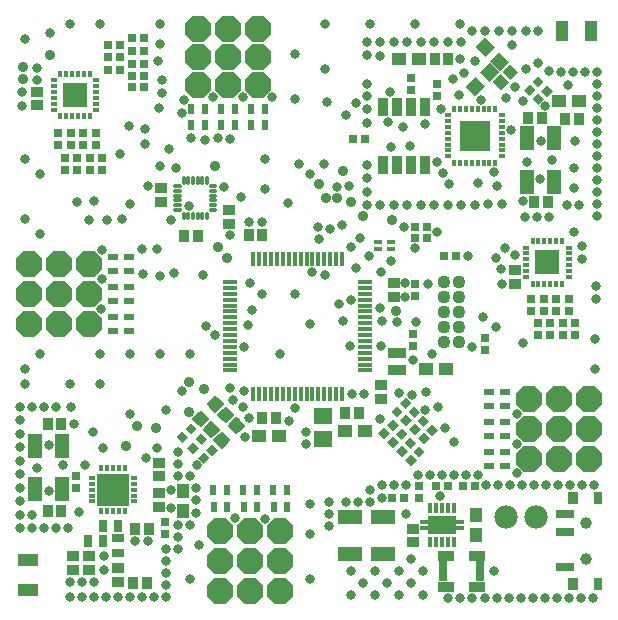
<source format=gts>
G75*
%MOIN*%
%OFA0B0*%
%FSLAX25Y25*%
%IPPOS*%
%LPD*%
%AMOC8*
5,1,8,0,0,1.08239X$1,22.5*
%
%ADD10R,0.04731X0.04337*%
%ADD11R,0.03746X0.03943*%
%ADD12R,0.03943X0.03746*%
%ADD13C,0.04362*%
%ADD14C,0.07800*%
%ADD15R,0.06306X0.05518*%
%ADD16C,0.01301*%
%ADD17R,0.02762X0.02762*%
%ADD18R,0.02762X0.02762*%
%ADD19R,0.06306X0.03156*%
%ADD20R,0.02762X0.04337*%
%ADD21R,0.03550X0.04337*%
%ADD22C,0.03943*%
%ADD23R,0.01522X0.04731*%
%ADD24R,0.04731X0.01522*%
%ADD25OC8,0.08900*%
%ADD26R,0.08274X0.05124*%
%ADD27R,0.09448X0.06496*%
%ADD28R,0.01569X0.03746*%
%ADD29R,0.03156X0.01502*%
%ADD30R,0.04337X0.04731*%
%ADD31R,0.02953X0.06693*%
%ADD32R,0.05315X0.03543*%
%ADD33R,0.03353X0.02172*%
%ADD34R,0.02172X0.03353*%
%ADD35R,0.01384X0.01975*%
%ADD36R,0.01975X0.01384*%
%ADD37R,0.08274X0.08274*%
%ADD38C,0.01306*%
%ADD39R,0.04337X0.07093*%
%ADD40R,0.04731X0.07880*%
%ADD41R,0.03200X0.06000*%
%ADD42R,0.10400X0.10400*%
%ADD43R,0.07093X0.04337*%
%ADD44R,0.03156X0.03943*%
%ADD45R,0.03943X0.03156*%
%ADD46R,0.11000X0.11000*%
%ADD47C,0.03550*%
%ADD48R,0.05900X0.03400*%
%ADD49R,0.02800X0.01600*%
%ADD50C,0.03200*%
D10*
X0261032Y0226817D03*
X0267725Y0226817D03*
X0289632Y0228667D03*
X0296325Y0228667D03*
X0316582Y0249217D03*
X0323275Y0249217D03*
X0361032Y0338467D03*
X0367725Y0338467D03*
G36*
X0341068Y0355018D02*
X0344412Y0351674D01*
X0341346Y0348608D01*
X0338002Y0351952D01*
X0341068Y0355018D01*
G37*
G36*
X0336335Y0359750D02*
X0339679Y0356406D01*
X0336613Y0353340D01*
X0333269Y0356684D01*
X0336335Y0359750D01*
G37*
G36*
X0334496Y0348069D02*
X0337840Y0351413D01*
X0340906Y0348347D01*
X0337562Y0345003D01*
X0334496Y0348069D01*
G37*
G36*
X0329763Y0343337D02*
X0333107Y0346681D01*
X0336173Y0343615D01*
X0332829Y0340271D01*
X0329763Y0343337D01*
G37*
X0314325Y0352467D03*
X0307632Y0352467D03*
D11*
X0319495Y0352367D03*
X0324062Y0352367D03*
G36*
X0338809Y0344967D02*
X0341458Y0347616D01*
X0344245Y0344829D01*
X0341596Y0342180D01*
X0338809Y0344967D01*
G37*
G36*
X0342038Y0348197D02*
X0344687Y0350846D01*
X0347474Y0348059D01*
X0344825Y0345410D01*
X0342038Y0348197D01*
G37*
X0350795Y0332767D03*
X0355362Y0332767D03*
X0362995Y0332617D03*
X0367562Y0332617D03*
X0357362Y0304967D03*
X0352795Y0304967D03*
X0262112Y0293867D03*
X0257545Y0293867D03*
X0240562Y0293667D03*
X0235995Y0293667D03*
X0289745Y0234467D03*
X0294312Y0234467D03*
X0266662Y0232817D03*
X0262095Y0232817D03*
X0224162Y0195717D03*
X0219595Y0195717D03*
X0195112Y0201817D03*
X0190545Y0201817D03*
X0219095Y0177967D03*
X0223662Y0177967D03*
X0195112Y0230817D03*
X0190545Y0230817D03*
D12*
X0227628Y0218000D03*
X0227628Y0213433D03*
X0227628Y0207750D03*
X0227628Y0203183D03*
X0204378Y0186750D03*
X0204378Y0182183D03*
X0198878Y0182183D03*
X0198878Y0186750D03*
X0213878Y0182750D03*
X0213878Y0178183D03*
X0312228Y0191433D03*
X0312228Y0196000D03*
X0301628Y0239183D03*
X0301628Y0243750D03*
X0305878Y0273183D03*
X0305878Y0277750D03*
X0346178Y0277483D03*
X0346178Y0282050D03*
X0250828Y0297633D03*
X0250828Y0302200D03*
X0228278Y0304883D03*
X0228278Y0309450D03*
X0187028Y0337083D03*
X0187028Y0341650D03*
D13*
X0322528Y0278067D03*
X0322528Y0273067D03*
X0322528Y0268067D03*
X0322528Y0263067D03*
X0322528Y0258067D03*
X0327528Y0258067D03*
X0327528Y0263067D03*
X0327528Y0268067D03*
X0327528Y0273067D03*
X0327528Y0278067D03*
D14*
X0343378Y0199717D03*
X0353378Y0199717D03*
D15*
X0282428Y0226027D03*
X0282428Y0233507D03*
D16*
X0253441Y0228195D02*
X0251295Y0230341D01*
X0253441Y0232487D01*
X0255587Y0230341D01*
X0253441Y0228195D01*
X0254741Y0229495D02*
X0252141Y0229495D01*
X0251749Y0230795D02*
X0255133Y0230795D01*
X0253833Y0232095D02*
X0253049Y0232095D01*
X0249905Y0231731D02*
X0247759Y0233877D01*
X0249905Y0236023D01*
X0252051Y0233877D01*
X0249905Y0231731D01*
X0251205Y0233031D02*
X0248605Y0233031D01*
X0248213Y0234331D02*
X0251597Y0234331D01*
X0250297Y0235631D02*
X0249513Y0235631D01*
X0246370Y0235266D02*
X0244224Y0237412D01*
X0246370Y0239558D01*
X0248516Y0237412D01*
X0246370Y0235266D01*
X0247670Y0236566D02*
X0245070Y0236566D01*
X0244678Y0237866D02*
X0248062Y0237866D01*
X0246762Y0239166D02*
X0245978Y0239166D01*
X0239341Y0232529D02*
X0241487Y0230383D01*
X0239341Y0232529D02*
X0241487Y0234675D01*
X0243633Y0232529D01*
X0241487Y0230383D01*
X0242787Y0231683D02*
X0240187Y0231683D01*
X0239795Y0232983D02*
X0243179Y0232983D01*
X0241879Y0234283D02*
X0241095Y0234283D01*
X0242877Y0228994D02*
X0245023Y0226848D01*
X0242877Y0228994D02*
X0245023Y0231140D01*
X0247169Y0228994D01*
X0245023Y0226848D01*
X0246323Y0228148D02*
X0243723Y0228148D01*
X0243331Y0229448D02*
X0246715Y0229448D01*
X0245415Y0230748D02*
X0244631Y0230748D01*
X0246412Y0225458D02*
X0248558Y0223312D01*
X0246412Y0225458D02*
X0248558Y0227604D01*
X0250704Y0225458D01*
X0248558Y0223312D01*
X0249858Y0224612D02*
X0247258Y0224612D01*
X0246866Y0225912D02*
X0250250Y0225912D01*
X0248950Y0227212D02*
X0248166Y0227212D01*
D17*
X0199978Y0213417D03*
X0199978Y0209417D03*
X0229628Y0198217D03*
X0229628Y0194217D03*
X0305478Y0206217D03*
X0309478Y0206217D03*
X0314478Y0206217D03*
X0314478Y0210217D03*
X0319978Y0210217D03*
X0323978Y0210217D03*
X0328978Y0210217D03*
X0332978Y0210217D03*
X0336278Y0255667D03*
X0336278Y0259667D03*
X0353828Y0260367D03*
X0353828Y0264367D03*
X0358028Y0264367D03*
X0358028Y0260367D03*
X0362228Y0260367D03*
X0362228Y0264367D03*
X0366428Y0264367D03*
X0366428Y0260367D03*
X0364328Y0268567D03*
X0364328Y0272567D03*
X0360128Y0272567D03*
X0360128Y0268567D03*
X0355928Y0268567D03*
X0355928Y0272567D03*
X0351728Y0272567D03*
X0351728Y0268567D03*
X0326678Y0286967D03*
X0322678Y0286967D03*
X0317078Y0292917D03*
X0317078Y0296667D03*
X0313078Y0296667D03*
X0313078Y0292917D03*
X0312928Y0277517D03*
X0312928Y0273517D03*
X0312428Y0260817D03*
X0312428Y0256817D03*
X0208778Y0315517D03*
X0208778Y0319517D03*
X0204578Y0319517D03*
X0204578Y0315517D03*
X0200378Y0315517D03*
X0200378Y0319517D03*
X0196178Y0319517D03*
X0196178Y0315517D03*
X0194078Y0323717D03*
X0194078Y0327717D03*
X0198278Y0327717D03*
X0198278Y0323717D03*
X0202478Y0323717D03*
X0202478Y0327717D03*
X0206678Y0327717D03*
X0206678Y0323717D03*
X0218728Y0343067D03*
X0218728Y0346817D03*
X0222728Y0346817D03*
X0222728Y0343067D03*
X0222728Y0351017D03*
X0218728Y0351017D03*
X0218728Y0355217D03*
X0222728Y0355217D03*
X0222728Y0359417D03*
X0218728Y0359417D03*
X0214528Y0357317D03*
X0210528Y0357317D03*
X0210528Y0353117D03*
X0214528Y0353117D03*
X0214528Y0348917D03*
X0210528Y0348917D03*
X0292278Y0325867D03*
X0296278Y0325867D03*
X0311778Y0342117D03*
X0311778Y0346117D03*
X0320378Y0344067D03*
X0320378Y0340067D03*
D18*
G36*
X0353117Y0342152D02*
X0351164Y0340199D01*
X0349211Y0342152D01*
X0351164Y0344105D01*
X0353117Y0342152D01*
G37*
G36*
X0355946Y0344981D02*
X0353993Y0343028D01*
X0352040Y0344981D01*
X0353993Y0346934D01*
X0355946Y0344981D01*
G37*
G36*
X0358896Y0341931D02*
X0356943Y0339978D01*
X0354990Y0341931D01*
X0356943Y0343884D01*
X0358896Y0341931D01*
G37*
G36*
X0356067Y0339102D02*
X0354114Y0337149D01*
X0352161Y0339102D01*
X0354114Y0341055D01*
X0356067Y0339102D01*
G37*
G36*
X0307890Y0237839D02*
X0309843Y0239792D01*
X0311796Y0237839D01*
X0309843Y0235886D01*
X0307890Y0237839D01*
G37*
G36*
X0305062Y0235011D02*
X0307015Y0236964D01*
X0308968Y0235011D01*
X0307015Y0233058D01*
X0305062Y0235011D01*
G37*
G36*
X0303577Y0230556D02*
X0305530Y0232509D01*
X0307483Y0230556D01*
X0305530Y0228603D01*
X0303577Y0230556D01*
G37*
G36*
X0300748Y0227728D02*
X0302701Y0229681D01*
X0304654Y0227728D01*
X0302701Y0225775D01*
X0300748Y0227728D01*
G37*
G36*
X0303718Y0224758D02*
X0305671Y0226711D01*
X0307624Y0224758D01*
X0305671Y0222805D01*
X0303718Y0224758D01*
G37*
G36*
X0306547Y0227586D02*
X0308500Y0229539D01*
X0310453Y0227586D01*
X0308500Y0225633D01*
X0306547Y0227586D01*
G37*
G36*
X0308032Y0232041D02*
X0309985Y0233994D01*
X0311938Y0232041D01*
X0309985Y0230088D01*
X0308032Y0232041D01*
G37*
G36*
X0310860Y0234870D02*
X0312813Y0236823D01*
X0314766Y0234870D01*
X0312813Y0232917D01*
X0310860Y0234870D01*
G37*
G36*
X0313830Y0231900D02*
X0315783Y0233853D01*
X0317736Y0231900D01*
X0315783Y0229947D01*
X0313830Y0231900D01*
G37*
G36*
X0311001Y0229071D02*
X0312954Y0231024D01*
X0314907Y0229071D01*
X0312954Y0227118D01*
X0311001Y0229071D01*
G37*
G36*
X0309516Y0224616D02*
X0311469Y0226569D01*
X0313422Y0224616D01*
X0311469Y0222663D01*
X0309516Y0224616D01*
G37*
G36*
X0306688Y0221788D02*
X0308641Y0223741D01*
X0310594Y0221788D01*
X0308641Y0219835D01*
X0306688Y0221788D01*
G37*
G36*
X0309658Y0218818D02*
X0311611Y0220771D01*
X0313564Y0218818D01*
X0311611Y0216865D01*
X0309658Y0218818D01*
G37*
G36*
X0312486Y0221647D02*
X0314439Y0223600D01*
X0316392Y0221647D01*
X0314439Y0219694D01*
X0312486Y0221647D01*
G37*
G36*
X0313971Y0226101D02*
X0315924Y0228054D01*
X0317877Y0226101D01*
X0315924Y0224148D01*
X0313971Y0226101D01*
G37*
G36*
X0316800Y0228930D02*
X0318753Y0230883D01*
X0320706Y0228930D01*
X0318753Y0226977D01*
X0316800Y0228930D01*
G37*
G36*
X0247296Y0222243D02*
X0245343Y0220290D01*
X0243390Y0222243D01*
X0245343Y0224196D01*
X0247296Y0222243D01*
G37*
G36*
X0244467Y0219414D02*
X0242514Y0217461D01*
X0240561Y0219414D01*
X0242514Y0221367D01*
X0244467Y0219414D01*
G37*
G36*
X0240932Y0222950D02*
X0238979Y0220997D01*
X0237026Y0222950D01*
X0238979Y0224903D01*
X0240932Y0222950D01*
G37*
G36*
X0243760Y0225778D02*
X0241807Y0223825D01*
X0239854Y0225778D01*
X0241807Y0227731D01*
X0243760Y0225778D01*
G37*
G36*
X0240225Y0229314D02*
X0238272Y0227361D01*
X0236319Y0229314D01*
X0238272Y0231267D01*
X0240225Y0229314D01*
G37*
G36*
X0237396Y0226485D02*
X0235443Y0224532D01*
X0233490Y0226485D01*
X0235443Y0228438D01*
X0237396Y0226485D01*
G37*
D19*
X0363089Y0200775D03*
X0363089Y0194869D03*
X0363089Y0183058D03*
D20*
X0373915Y0177547D03*
X0373915Y0206287D03*
D21*
X0365648Y0206287D03*
X0365648Y0177547D03*
D22*
X0369978Y0186011D03*
X0369978Y0197822D03*
D23*
X0288642Y0241026D03*
X0286674Y0241026D03*
X0284705Y0241026D03*
X0282737Y0241026D03*
X0280768Y0241026D03*
X0278800Y0241026D03*
X0276831Y0241026D03*
X0274863Y0241026D03*
X0272894Y0241026D03*
X0270926Y0241026D03*
X0268957Y0241026D03*
X0266989Y0241026D03*
X0265020Y0241026D03*
X0263052Y0241026D03*
X0261083Y0241026D03*
X0259115Y0241026D03*
X0259115Y0285908D03*
X0261083Y0285908D03*
X0263052Y0285908D03*
X0265020Y0285908D03*
X0266989Y0285908D03*
X0268957Y0285908D03*
X0270926Y0285908D03*
X0272894Y0285908D03*
X0274863Y0285908D03*
X0276831Y0285908D03*
X0278800Y0285908D03*
X0280768Y0285908D03*
X0282737Y0285908D03*
X0284705Y0285908D03*
X0286674Y0285908D03*
X0288642Y0285908D03*
D24*
X0296319Y0278230D03*
X0296319Y0276262D03*
X0296319Y0274293D03*
X0296319Y0272325D03*
X0296319Y0270356D03*
X0296319Y0268388D03*
X0296319Y0266419D03*
X0296319Y0264451D03*
X0296319Y0262482D03*
X0296319Y0260514D03*
X0296319Y0258545D03*
X0296319Y0256577D03*
X0296319Y0254608D03*
X0296319Y0252640D03*
X0296319Y0250671D03*
X0296319Y0248703D03*
X0251438Y0248703D03*
X0251438Y0250671D03*
X0251438Y0252640D03*
X0251438Y0254608D03*
X0251438Y0256577D03*
X0251438Y0258545D03*
X0251438Y0260514D03*
X0251438Y0262482D03*
X0251438Y0264451D03*
X0251438Y0266419D03*
X0251438Y0268388D03*
X0251438Y0270356D03*
X0251438Y0272325D03*
X0251438Y0274293D03*
X0251438Y0276262D03*
X0251438Y0278230D03*
D25*
X0204378Y0274167D03*
X0194378Y0274167D03*
X0184378Y0274167D03*
X0184378Y0264167D03*
X0194378Y0264167D03*
X0204378Y0264167D03*
X0204378Y0284167D03*
X0194378Y0284167D03*
X0184378Y0284167D03*
X0240628Y0343967D03*
X0250628Y0343967D03*
X0250628Y0353217D03*
X0240628Y0353217D03*
X0240628Y0362467D03*
X0250628Y0362467D03*
X0260628Y0362467D03*
X0260628Y0353217D03*
X0260628Y0343967D03*
X0351128Y0239217D03*
X0361128Y0239217D03*
X0371128Y0239217D03*
X0371128Y0229217D03*
X0361128Y0229217D03*
X0351128Y0229217D03*
X0351028Y0219317D03*
X0361128Y0219217D03*
X0371128Y0219217D03*
X0268078Y0195267D03*
X0258078Y0195267D03*
X0248078Y0195267D03*
X0248078Y0185267D03*
X0258078Y0185267D03*
X0268078Y0185267D03*
X0268078Y0175267D03*
X0258078Y0175267D03*
X0248078Y0175267D03*
D26*
X0291478Y0187417D03*
X0302478Y0187417D03*
X0302478Y0200016D03*
X0291478Y0200016D03*
D27*
X0321978Y0197217D03*
D28*
X0321978Y0191410D03*
X0320010Y0191410D03*
X0318041Y0191410D03*
X0323947Y0191410D03*
X0325915Y0191410D03*
X0325915Y0203024D03*
X0323947Y0203024D03*
X0321978Y0203024D03*
X0320010Y0203024D03*
X0318041Y0203024D03*
D29*
X0316073Y0198201D03*
X0316073Y0196232D03*
X0327884Y0196232D03*
X0327884Y0198201D03*
D30*
X0333478Y0200563D03*
X0333478Y0193870D03*
X0235628Y0201870D03*
X0235628Y0208563D03*
D31*
X0322278Y0181717D03*
X0334679Y0181717D03*
D32*
X0333498Y0186835D03*
X0323459Y0186835D03*
X0323459Y0176599D03*
X0333498Y0176599D03*
D33*
X0337701Y0216933D03*
X0337701Y0221500D03*
X0343056Y0221500D03*
X0343056Y0216973D03*
X0343056Y0226973D03*
X0343056Y0231500D03*
X0337701Y0231500D03*
X0337701Y0226933D03*
X0337701Y0236933D03*
X0337701Y0241500D03*
X0343056Y0241500D03*
X0343056Y0236973D03*
X0217806Y0261883D03*
X0217806Y0266450D03*
X0212451Y0266411D03*
X0212451Y0261883D03*
X0212451Y0271883D03*
X0212451Y0276411D03*
X0217806Y0276450D03*
X0217806Y0271883D03*
X0217806Y0281883D03*
X0217806Y0286450D03*
X0212451Y0286411D03*
X0212451Y0281883D03*
D34*
X0238345Y0330540D03*
X0242912Y0330540D03*
X0242873Y0335894D03*
X0238345Y0335894D03*
X0248345Y0335894D03*
X0252873Y0335894D03*
X0252912Y0330540D03*
X0248345Y0330540D03*
X0258345Y0330540D03*
X0262912Y0330540D03*
X0262873Y0335894D03*
X0258345Y0335894D03*
X0260362Y0208694D03*
X0255795Y0208694D03*
X0255834Y0203340D03*
X0260362Y0203340D03*
X0265834Y0203340D03*
X0270362Y0203340D03*
X0270362Y0208694D03*
X0265795Y0208694D03*
X0250362Y0208694D03*
X0245795Y0208694D03*
X0245834Y0203340D03*
X0250362Y0203340D03*
D35*
X0216315Y0201880D03*
X0214347Y0201880D03*
X0212378Y0201880D03*
X0210410Y0201880D03*
X0208441Y0201880D03*
X0208441Y0216053D03*
X0210410Y0216053D03*
X0212378Y0216053D03*
X0214347Y0216053D03*
X0216315Y0216053D03*
X0352157Y0277680D03*
X0354126Y0277680D03*
X0356094Y0277680D03*
X0358063Y0277680D03*
X0360031Y0277680D03*
X0362000Y0277680D03*
X0362000Y0291853D03*
X0360031Y0291853D03*
X0358063Y0291853D03*
X0356094Y0291853D03*
X0354126Y0291853D03*
X0352157Y0291853D03*
X0339768Y0317912D03*
X0337800Y0317912D03*
X0335831Y0317912D03*
X0333863Y0317912D03*
X0331894Y0317912D03*
X0329926Y0317912D03*
X0327957Y0317912D03*
X0325989Y0317912D03*
X0325989Y0336022D03*
X0327957Y0336022D03*
X0329926Y0336022D03*
X0331894Y0336022D03*
X0333863Y0336022D03*
X0335831Y0336022D03*
X0337800Y0336022D03*
X0339768Y0336022D03*
X0204500Y0333380D03*
X0202531Y0333380D03*
X0200563Y0333380D03*
X0198594Y0333380D03*
X0196626Y0333380D03*
X0194657Y0333380D03*
X0194657Y0347553D03*
X0196626Y0347553D03*
X0198594Y0347553D03*
X0200563Y0347553D03*
X0202531Y0347553D03*
X0204500Y0347553D03*
D36*
X0206665Y0345388D03*
X0206665Y0343419D03*
X0206665Y0341451D03*
X0206665Y0339482D03*
X0206665Y0337514D03*
X0206665Y0335545D03*
X0192492Y0335545D03*
X0192492Y0337514D03*
X0192492Y0339482D03*
X0192492Y0341451D03*
X0192492Y0343419D03*
X0192492Y0345388D03*
X0323823Y0333856D03*
X0323823Y0331888D03*
X0323823Y0329919D03*
X0323823Y0327951D03*
X0323823Y0325982D03*
X0323823Y0324014D03*
X0323823Y0322045D03*
X0323823Y0320077D03*
X0341934Y0320077D03*
X0341934Y0322045D03*
X0341934Y0324014D03*
X0341934Y0325982D03*
X0341934Y0327951D03*
X0341934Y0329919D03*
X0341934Y0331888D03*
X0341934Y0333856D03*
X0349992Y0289688D03*
X0349992Y0287719D03*
X0349992Y0285751D03*
X0349992Y0283782D03*
X0349992Y0281814D03*
X0349992Y0279845D03*
X0364165Y0279845D03*
X0364165Y0281814D03*
X0364165Y0283782D03*
X0364165Y0285751D03*
X0364165Y0287719D03*
X0364165Y0289688D03*
X0219465Y0212904D03*
X0219465Y0210935D03*
X0219465Y0208967D03*
X0219465Y0206998D03*
X0219465Y0205030D03*
X0205292Y0205030D03*
X0205292Y0206998D03*
X0205292Y0208967D03*
X0205292Y0210935D03*
X0205292Y0212904D03*
D37*
X0357078Y0284767D03*
X0199578Y0340467D03*
D38*
X0235841Y0312800D02*
X0235841Y0311344D01*
X0237416Y0311344D02*
X0237416Y0312800D01*
X0238991Y0312800D02*
X0238991Y0311344D01*
X0240566Y0311344D02*
X0240566Y0312800D01*
X0242141Y0312800D02*
X0242141Y0311344D01*
X0243715Y0311344D02*
X0243715Y0312800D01*
X0244956Y0310104D02*
X0246412Y0310104D01*
X0246412Y0308529D02*
X0244956Y0308529D01*
X0244956Y0306954D02*
X0246412Y0306954D01*
X0246412Y0305379D02*
X0244956Y0305379D01*
X0244956Y0303804D02*
X0246412Y0303804D01*
X0246412Y0302230D02*
X0244956Y0302230D01*
X0243715Y0300989D02*
X0243715Y0299533D01*
X0242141Y0299533D02*
X0242141Y0300989D01*
X0240566Y0300989D02*
X0240566Y0299533D01*
X0238991Y0299533D02*
X0238991Y0300989D01*
X0237416Y0300989D02*
X0237416Y0299533D01*
X0235841Y0299533D02*
X0235841Y0300989D01*
X0234601Y0302230D02*
X0233145Y0302230D01*
X0233145Y0303804D02*
X0234601Y0303804D01*
X0234601Y0305379D02*
X0233145Y0305379D01*
X0233145Y0306954D02*
X0234601Y0306954D01*
X0234601Y0308529D02*
X0233145Y0308529D01*
X0233145Y0310104D02*
X0234601Y0310104D01*
D39*
X0361857Y0361867D03*
X0371700Y0361867D03*
D40*
X0359406Y0326200D03*
X0350351Y0326200D03*
X0350351Y0311633D03*
X0359406Y0311633D03*
X0195356Y0223600D03*
X0186301Y0223600D03*
X0186301Y0209033D03*
X0195356Y0209033D03*
D41*
X0302292Y0317305D03*
X0307016Y0317305D03*
X0311741Y0317305D03*
X0316465Y0317305D03*
X0316465Y0336628D03*
X0311741Y0336628D03*
X0307016Y0336628D03*
X0302292Y0336628D03*
D42*
X0332878Y0326967D03*
D43*
X0183878Y0175545D03*
X0183878Y0185388D03*
D44*
X0203819Y0191967D03*
X0208938Y0191967D03*
X0208819Y0196967D03*
X0213938Y0196967D03*
D45*
X0213878Y0193026D03*
X0213878Y0187908D03*
D46*
X0212378Y0208967D03*
D47*
X0216778Y0223467D03*
X0226778Y0229667D03*
X0220278Y0230317D03*
X0237728Y0235017D03*
X0242578Y0242467D03*
X0237778Y0244867D03*
X0306628Y0268667D03*
X0305428Y0298867D03*
X0295628Y0300317D03*
X0291778Y0304917D03*
X0287128Y0306167D03*
X0283378Y0306167D03*
X0280878Y0310767D03*
X0288828Y0315267D03*
X0246378Y0316717D03*
X0247478Y0290017D03*
X0250178Y0286217D03*
X0182478Y0345917D03*
X0182478Y0349817D03*
X0191328Y0353917D03*
D48*
X0306878Y0254517D03*
X0306878Y0248817D03*
D49*
X0304847Y0289286D03*
X0304847Y0291648D03*
X0300516Y0291648D03*
X0300516Y0289286D03*
D50*
X0297728Y0286817D03*
X0293428Y0282867D03*
X0301578Y0281567D03*
X0304878Y0285267D03*
X0313078Y0289617D03*
X0309478Y0296667D03*
X0320328Y0294767D03*
X0319378Y0303717D03*
X0314878Y0303717D03*
X0310378Y0303717D03*
X0305878Y0303717D03*
X0301378Y0303717D03*
X0296878Y0303717D03*
X0296878Y0308217D03*
X0296878Y0312717D03*
X0296878Y0317217D03*
X0305128Y0323217D03*
X0311228Y0323617D03*
X0320378Y0318217D03*
X0322378Y0314467D03*
X0324378Y0310967D03*
X0323878Y0303717D03*
X0328378Y0303717D03*
X0332878Y0303717D03*
X0337378Y0304217D03*
X0341878Y0304217D03*
X0340378Y0310217D03*
X0339378Y0314967D03*
X0333878Y0311217D03*
X0348878Y0305217D03*
X0349628Y0299967D03*
X0353628Y0299967D03*
X0357628Y0299967D03*
X0363778Y0303867D03*
X0367778Y0303867D03*
X0365928Y0309367D03*
X0373628Y0308217D03*
X0373628Y0312217D03*
X0373628Y0316217D03*
X0373628Y0320217D03*
X0373628Y0324217D03*
X0373628Y0328217D03*
X0373628Y0332217D03*
X0373628Y0336217D03*
X0373628Y0340217D03*
X0373628Y0344217D03*
X0373628Y0348217D03*
X0369628Y0348217D03*
X0365628Y0348217D03*
X0361628Y0348217D03*
X0357628Y0348467D03*
X0354128Y0351217D03*
X0350128Y0349217D03*
X0346378Y0343217D03*
X0343378Y0339467D03*
X0348878Y0338467D03*
X0356378Y0336717D03*
X0363878Y0343717D03*
X0345378Y0357217D03*
X0345378Y0361717D03*
X0340878Y0361717D03*
X0336378Y0361717D03*
X0331878Y0361717D03*
X0327828Y0364067D03*
X0328378Y0358217D03*
X0323878Y0358217D03*
X0319378Y0358217D03*
X0314878Y0358217D03*
X0310378Y0358217D03*
X0305878Y0358217D03*
X0301378Y0358217D03*
X0296878Y0358217D03*
X0296878Y0353717D03*
X0301378Y0353467D03*
X0296878Y0344217D03*
X0296878Y0340217D03*
X0293328Y0337917D03*
X0296878Y0335717D03*
X0296878Y0331217D03*
X0304128Y0331467D03*
X0308878Y0329967D03*
X0316378Y0330967D03*
X0321578Y0336017D03*
X0327628Y0340467D03*
X0325628Y0345967D03*
X0329378Y0347717D03*
X0328078Y0352367D03*
X0332878Y0351717D03*
X0312828Y0364067D03*
X0297828Y0364067D03*
X0282828Y0364067D03*
X0272828Y0354067D03*
X0282828Y0349067D03*
X0283578Y0338267D03*
X0289978Y0333867D03*
X0304628Y0341367D03*
X0332878Y0326717D03*
X0344878Y0328967D03*
X0354828Y0325067D03*
X0358728Y0319017D03*
X0365878Y0316217D03*
X0366378Y0325217D03*
X0350178Y0318267D03*
X0354728Y0312367D03*
X0373628Y0304217D03*
X0373628Y0300217D03*
X0365878Y0294867D03*
X0368778Y0290317D03*
X0368778Y0285767D03*
X0373178Y0276817D03*
X0373278Y0272517D03*
X0372828Y0259067D03*
X0372828Y0249067D03*
X0349128Y0257917D03*
X0340128Y0263217D03*
X0335728Y0266367D03*
X0341828Y0277517D03*
X0341628Y0282417D03*
X0339828Y0286067D03*
X0343078Y0289567D03*
X0346478Y0287067D03*
X0357178Y0284617D03*
X0330578Y0286717D03*
X0317328Y0277517D03*
X0309728Y0277817D03*
X0309678Y0273217D03*
X0301378Y0269617D03*
X0301828Y0265167D03*
X0306878Y0265017D03*
X0313478Y0264917D03*
X0318528Y0254117D03*
X0312178Y0252117D03*
X0301628Y0256867D03*
X0291378Y0256717D03*
X0289028Y0265317D03*
X0277828Y0264067D03*
X0272828Y0274067D03*
X0262128Y0274317D03*
X0257928Y0277767D03*
X0258528Y0268917D03*
X0257328Y0263717D03*
X0246228Y0260467D03*
X0243478Y0263567D03*
X0237828Y0254067D03*
X0227828Y0254067D03*
X0217828Y0254067D03*
X0207828Y0254067D03*
X0207828Y0244067D03*
X0197828Y0244067D03*
X0198328Y0236567D03*
X0193328Y0236567D03*
X0189328Y0236567D03*
X0185328Y0236567D03*
X0181328Y0236567D03*
X0181328Y0232067D03*
X0181328Y0227567D03*
X0181328Y0223067D03*
X0181328Y0218567D03*
X0181328Y0214067D03*
X0181328Y0209567D03*
X0181328Y0205067D03*
X0181328Y0200567D03*
X0185328Y0200567D03*
X0185328Y0196067D03*
X0181328Y0196067D03*
X0189328Y0196067D03*
X0193328Y0196067D03*
X0197328Y0196067D03*
X0200978Y0201667D03*
X0190878Y0208667D03*
X0187028Y0216117D03*
X0195678Y0217217D03*
X0203128Y0217317D03*
X0208878Y0222717D03*
X0205628Y0228067D03*
X0199328Y0230817D03*
X0190828Y0223767D03*
X0212378Y0208967D03*
X0223378Y0219467D03*
X0226878Y0222717D03*
X0233878Y0221467D03*
X0233878Y0217467D03*
X0233878Y0213467D03*
X0237878Y0213467D03*
X0240178Y0217117D03*
X0239878Y0209467D03*
X0239878Y0205467D03*
X0239878Y0201217D03*
X0237878Y0197217D03*
X0233878Y0197217D03*
X0233878Y0193217D03*
X0233878Y0189217D03*
X0229878Y0189217D03*
X0229878Y0185217D03*
X0229878Y0181217D03*
X0229878Y0177217D03*
X0229878Y0173217D03*
X0225878Y0173217D03*
X0221878Y0173217D03*
X0217878Y0173217D03*
X0213878Y0173217D03*
X0209878Y0173217D03*
X0205878Y0173217D03*
X0201878Y0173217D03*
X0197878Y0173217D03*
X0197878Y0178217D03*
X0201878Y0178217D03*
X0205878Y0178217D03*
X0209378Y0182217D03*
X0209378Y0186717D03*
X0219628Y0191717D03*
X0224128Y0191717D03*
X0231628Y0202717D03*
X0231628Y0208967D03*
X0253078Y0199517D03*
X0263078Y0199267D03*
X0277828Y0204067D03*
X0284228Y0204717D03*
X0284228Y0200717D03*
X0284228Y0196717D03*
X0277828Y0194067D03*
X0289978Y0204717D03*
X0293978Y0204717D03*
X0297978Y0204717D03*
X0297978Y0208717D03*
X0301928Y0210517D03*
X0305928Y0210517D03*
X0309928Y0210517D03*
X0313928Y0214017D03*
X0317928Y0214017D03*
X0321928Y0214017D03*
X0325928Y0214017D03*
X0329928Y0214017D03*
X0333928Y0214017D03*
X0336678Y0210367D03*
X0340678Y0210367D03*
X0344678Y0210367D03*
X0348678Y0210367D03*
X0352678Y0210367D03*
X0356678Y0210367D03*
X0360678Y0210367D03*
X0364678Y0210367D03*
X0368678Y0210367D03*
X0372678Y0210367D03*
X0346878Y0214467D03*
X0346878Y0224217D03*
X0347128Y0234217D03*
X0325828Y0224717D03*
X0322928Y0229567D03*
X0320778Y0236367D03*
X0316478Y0235567D03*
X0316678Y0241517D03*
X0311978Y0240617D03*
X0307578Y0241217D03*
X0296128Y0240967D03*
X0292128Y0240967D03*
X0301328Y0232667D03*
X0276728Y0228167D03*
X0276728Y0224167D03*
X0271128Y0231867D03*
X0272878Y0236217D03*
X0257628Y0232817D03*
X0255778Y0236517D03*
X0252478Y0238817D03*
X0251478Y0242967D03*
X0255878Y0241967D03*
X0256028Y0256567D03*
X0267828Y0254067D03*
X0287778Y0271017D03*
X0291628Y0272317D03*
X0283078Y0280417D03*
X0278778Y0281667D03*
X0281128Y0292467D03*
X0280728Y0296617D03*
X0284678Y0295767D03*
X0288628Y0297117D03*
X0294778Y0292717D03*
X0291728Y0289717D03*
X0270778Y0304367D03*
X0262828Y0309067D03*
X0255128Y0306517D03*
X0249228Y0309967D03*
X0237528Y0303667D03*
X0231728Y0298717D03*
X0227078Y0289117D03*
X0221828Y0289167D03*
X0222278Y0280967D03*
X0227928Y0280317D03*
X0232778Y0281217D03*
X0242478Y0280667D03*
X0251478Y0293717D03*
X0257528Y0298167D03*
X0262078Y0298067D03*
X0277828Y0314067D03*
X0274228Y0317667D03*
X0282778Y0317667D03*
X0287028Y0309767D03*
X0291028Y0310167D03*
X0262828Y0319067D03*
X0251428Y0325967D03*
X0247178Y0326167D03*
X0243128Y0325567D03*
X0238228Y0326217D03*
X0231078Y0322667D03*
X0228028Y0316817D03*
X0233178Y0316117D03*
X0222828Y0324067D03*
X0222828Y0329067D03*
X0217578Y0330167D03*
X0227528Y0336067D03*
X0228678Y0341267D03*
X0228728Y0345517D03*
X0236078Y0338917D03*
X0235428Y0334517D03*
X0245628Y0339967D03*
X0255628Y0339717D03*
X0265378Y0339717D03*
X0272828Y0339067D03*
X0227978Y0357367D03*
X0227328Y0352017D03*
X0227828Y0364067D03*
X0207828Y0364067D03*
X0197828Y0364067D03*
X0191328Y0361067D03*
X0182828Y0359067D03*
X0186928Y0349667D03*
X0186878Y0345617D03*
X0182028Y0341617D03*
X0181978Y0336817D03*
X0199678Y0340317D03*
X0214528Y0320817D03*
X0223928Y0310117D03*
X0217828Y0304067D03*
X0215178Y0299067D03*
X0210228Y0299017D03*
X0204228Y0298917D03*
X0206028Y0305217D03*
X0200378Y0304967D03*
X0187828Y0314067D03*
X0182828Y0319067D03*
X0182828Y0299067D03*
X0187828Y0294067D03*
X0208678Y0288917D03*
X0208678Y0279167D03*
X0208428Y0269167D03*
X0187828Y0254067D03*
X0182828Y0249067D03*
X0182828Y0244067D03*
X0217828Y0234067D03*
X0230028Y0235467D03*
X0235178Y0241917D03*
X0256478Y0226617D03*
X0301978Y0206217D03*
X0309978Y0200717D03*
X0321978Y0197217D03*
X0321228Y0206917D03*
X0311728Y0185717D03*
X0307728Y0181717D03*
X0303728Y0177717D03*
X0299728Y0181717D03*
X0295728Y0177717D03*
X0291728Y0181717D03*
X0277828Y0179067D03*
X0291728Y0173717D03*
X0299728Y0173717D03*
X0307728Y0173717D03*
X0311728Y0177717D03*
X0315728Y0181717D03*
X0315728Y0173717D03*
X0323978Y0172717D03*
X0327978Y0172717D03*
X0331978Y0172717D03*
X0336378Y0172717D03*
X0340378Y0172717D03*
X0344378Y0172717D03*
X0348378Y0172717D03*
X0352378Y0172717D03*
X0356378Y0172717D03*
X0360378Y0172717D03*
X0364378Y0172717D03*
X0368378Y0172717D03*
X0372378Y0172717D03*
X0339378Y0181717D03*
X0240828Y0190417D03*
X0237828Y0179067D03*
X0331978Y0256417D03*
X0334878Y0338967D03*
X0349878Y0361717D03*
X0353878Y0361717D03*
M02*

</source>
